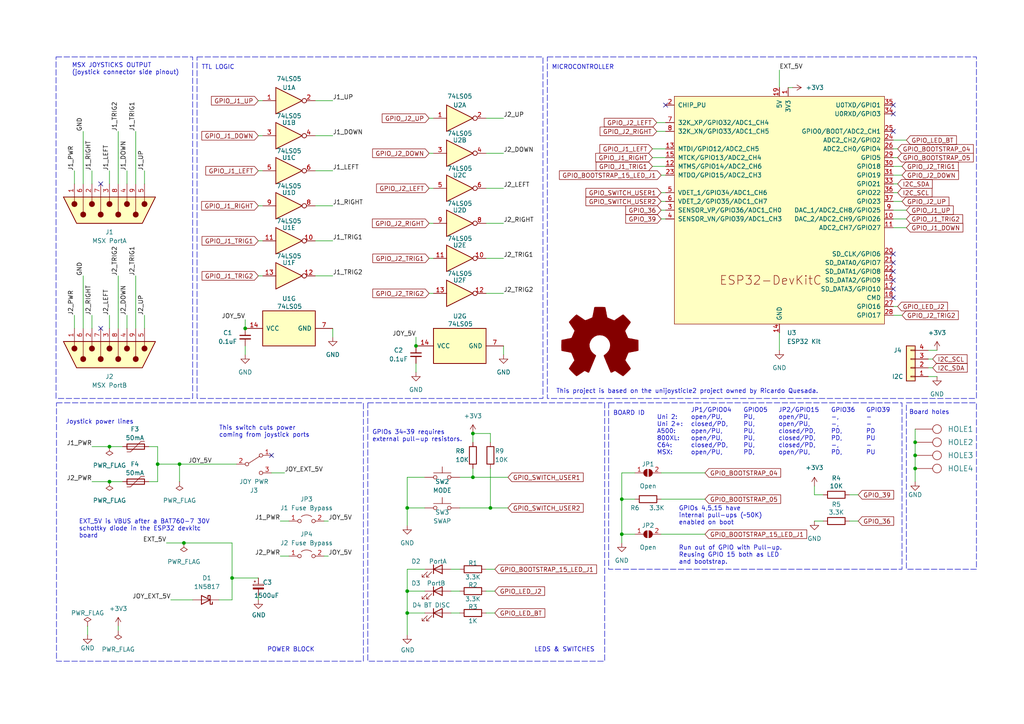
<source format=kicad_sch>
(kicad_sch (version 20230121) (generator eeschema)
  (paper "A4")
  (title_block (title "msx-joyblue: A Bluetooth controller adapter for MSX") (date "2024-01-06") (rev "v1") (company "Albert Herranz"))
  (lib_symbols
    (symbol "74xx:74LS05" (pin_names (offset 1.016))
      (property "Reference" "U" (at 0 1.27 0))
      (property "Value" "74LS05" (at 0 -1.27 0))
      (symbol "74LS05_1_0"
        (pin input line (at -7.62 0 0) (length 3.81) (name "~") (number "1"))
        (pin open_collector inverted (at 7.62 0 180) (length 3.81) (name "~") (number "2"))
      )
      (symbol "74LS05_2_0"
        (pin input line (at -7.62 0 0) (length 3.81) (name "~") (number "3"))
        (pin open_collector inverted (at 7.62 0 180) (length 3.81) (name "~") (number "4"))
      )
      (symbol "74LS05_3_0"
        (pin input line (at -7.62 0 0) (length 3.81) (name "~") (number "5"))
        (pin open_collector inverted (at 7.62 0 180) (length 3.81) (name "~") (number "6"))
      )
      (symbol "74LS05_4_0"
        (pin open_collector inverted (at 7.62 0 180) (length 3.81) (name "~") (number "8"))
        (pin input line (at -7.62 0 0) (length 3.81) (name "~") (number "9"))
      )
      (symbol "74LS05_5_0"
        (pin open_collector inverted (at 7.62 0 180) (length 3.81) (name "~") (number "10"))
        (pin input line (at -7.62 0 0) (length 3.81) (name "~") (number "11"))
      )
      (symbol "74LS05_6_0"
        (pin open_collector inverted (at 7.62 0 180) (length 3.81) (name "~") (number "12"))
        (pin input line (at -7.62 0 0) (length 3.81) (name "~") (number "13"))
      )
      (symbol "74LS05_7_0"
        (pin power_in line (at 0 12.7 270) (length 5.08) (name "VCC") (number "14"))
        (pin power_in line (at 0 -12.7 90) (length 5.08) (name "GND") (number "7"))
      )
    )
    (symbol "Connector:DE9_Plug" (pin_names (offset 1.016) hide)
      (property "Reference" "J" (at 0 13.97 0))
      (property "Value" "DE9_Plug" (at 0 -14.605 0))
      (symbol "DE9_Plug_1_1"
        (pin passive line (at -7.62 -10.16 0) (length 3.81) (name "1") (number "1"))
        (pin passive line (at -7.62 -5.08 0) (length 3.81) (name "2") (number "2"))
        (pin passive line (at -7.62 0 0) (length 3.81) (name "3") (number "3"))
        (pin passive line (at -7.62 5.08 0) (length 3.81) (name "4") (number "4"))
        (pin passive line (at -7.62 10.16 0) (length 3.81) (name "5") (number "5"))
        (pin passive line (at -7.62 -7.62 0) (length 3.81) (name "6") (number "6"))
        (pin passive line (at -7.62 -2.54 0) (length 3.81) (name "7") (number "7"))
        (pin passive line (at -7.62 2.54 0) (length 3.81) (name "8") (number "8"))
        (pin passive line (at -7.62 7.62 0) (length 3.81) (name "9") (number "9"))
      )
    )
    (symbol "Connector_Generic:Conn_01x04" (pin_names (offset 1.016) hide)
      (property "Reference" "J" (at 0 5.08 0))
      (property "Value" "Conn_01x04" (at 0 -7.62 0))
      (symbol "Conn_01x04_1_1"
        (pin passive line (at -5.08 2.54 0) (length 3.81) (name "Pin_1") (number "1"))
        (pin passive line (at -5.08 0 0) (length 3.81) (name "Pin_2") (number "2"))
        (pin passive line (at -5.08 -2.54 0) (length 3.81) (name "Pin_3") (number "3"))
        (pin passive line (at -5.08 -5.08 0) (length 3.81) (name "Pin_4") (number "4"))
      )
    )
    (symbol "Device:C_Polarized_Small" (pin_numbers hide) (pin_names (offset 0.254) hide)
      (property "Reference" "C" (at 0.254 1.778 0))
      (property "Value" "C_Polarized_Small" (at 0.254 -2.032 0))
      (symbol "C_Polarized_Small_1_1"
        (pin passive line (at 0 2.54 270) (length 1.8542) (name "~") (number "1"))
        (pin passive line (at 0 -2.54 90) (length 1.8542) (name "~") (number "2"))
      )
    )
    (symbol "Device:C_Small" (pin_numbers hide) (pin_names (offset 0.254) hide)
      (property "Reference" "C" (at 0.254 1.778 0))
      (property "Value" "C_Small" (at 0.254 -2.032 0))
      (symbol "C_Small_1_1"
        (pin passive line (at 0 2.54 270) (length 2.032) (name "~") (number "1"))
        (pin passive line (at 0 -2.54 90) (length 2.032) (name "~") (number "2"))
      )
    )
    (symbol "Device:LED" (pin_numbers hide) (pin_names (offset 1.016) hide)
      (property "Reference" "D" (at 0 2.54 0))
      (property "Value" "LED" (at 0 -2.54 0))
      (symbol "LED_1_1"
        (pin passive line (at -3.81 0 0) (length 2.54) (name "K") (number "1"))
        (pin passive line (at 3.81 0 180) (length 2.54) (name "A") (number "2"))
      )
    )
    (symbol "Device:Polyfuse" (pin_numbers hide) (pin_names (offset 0))
      (property "Reference" "F" (at -2.54 0 90))
      (property "Value" "Polyfuse" (at 2.54 0 90))
      (symbol "Polyfuse_1_1"
        (pin passive line (at 0 3.81 270) (length 1.27) (name "~") (number "1"))
        (pin passive line (at 0 -3.81 90) (length 1.27) (name "~") (number "2"))
      )
    )
    (symbol "Device:R" (pin_numbers hide) (pin_names (offset 0))
      (property "Reference" "R" (at 2.032 0 90))
      (property "Value" "R" (at 0 0 90))
      (symbol "R_1_1"
        (pin passive line (at 0 3.81 270) (length 1.27) (name "~") (number "1"))
        (pin passive line (at 0 -3.81 90) (length 1.27) (name "~") (number "2"))
      )
    )
    (symbol "Diode:1N5817" (pin_numbers hide) (pin_names (offset 1.016) hide)
      (property "Reference" "D" (at 0 2.54 0))
      (property "Value" "1N5817" (at 0 -2.54 0))
      (symbol "1N5817_1_1"
        (pin passive line (at -3.81 0 0) (length 2.54) (name "K") (number "1"))
        (pin passive line (at 3.81 0 180) (length 2.54) (name "A") (number "2"))
      )
    )
    (symbol "Espressif:ESP32-DevKitC" (pin_names (offset 1.016))
      (property "Reference" "U" (at -30.48 38.1 0))
      (property "Value" "ESP32-DevKitC" (at -30.48 35.56 0))
      (symbol "ESP32-DevKitC_0_0"
        (text "ESP32-DevKitC" (at -2.54 -20.32 0) (effects (font (size 2.54 2.54))))
        (pin power_in line (at 0 -35.56 90) (length 2.54) (name "GND") (number "14"))
        (pin power_in line (at 0 35.56 270) (length 2.54) (name "5V") (number "19"))
      )
      (symbol "ESP32-DevKitC_1_1"
        (pin power_in line (at 2.54 35.56 270) (length 2.54) (name "3V3") (number "1"))
        (pin bidirectional line (at 33.02 -2.54 180) (length 2.54) (name "DAC_2/ADC2_CH9/GPIO26") (number "10"))
        (pin bidirectional line (at 33.02 -5.08 180) (length 2.54) (name "ADC2_CH7/GPIO27") (number "11"))
        (pin bidirectional line (at -33.02 12.7 0) (length 2.54) (name "MTMS/GPIO14/ADC2_CH6") (number "12"))
        (pin bidirectional line (at -33.02 17.78 0) (length 2.54) (name "MTDI/GPIO12/ADC2_CH5") (number "13"))
        (pin bidirectional line (at -33.02 15.24 0) (length 2.54) (name "MTCK/GPIO13/ADC2_CH4") (number "15"))
        (pin bidirectional line (at 33.02 -20.32 180) (length 2.54) (name "SD_DATA2/GPIO9") (number "16"))
        (pin bidirectional line (at 33.02 -22.86 180) (length 2.54) (name "SD_DATA3/GPIO10") (number "17"))
        (pin bidirectional line (at 33.02 -25.4 180) (length 2.54) (name "CMD") (number "18"))
        (pin input line (at -33.02 30.48 0) (length 2.54) (name "CHIP_PU") (number "2"))
        (pin bidirectional line (at 33.02 -12.7 180) (length 2.54) (name "SD_CLK/GPIO6") (number "20"))
        (pin bidirectional line (at 33.02 -15.24 180) (length 2.54) (name "SD_DATA0/GPIO7") (number "21"))
        (pin bidirectional line (at 33.02 -17.78 180) (length 2.54) (name "SD_DATA1/GPIO8") (number "22"))
        (pin bidirectional line (at -33.02 10.16 0) (length 2.54) (name "MTDO/GPIO15/ADC2_CH3") (number "23"))
        (pin bidirectional line (at 33.02 20.32 180) (length 2.54) (name "ADC2_CH2/GPIO2") (number "24"))
        (pin bidirectional line (at 33.02 22.86 180) (length 2.54) (name "GPIO0/BOOT/ADC2_CH1") (number "25"))
        (pin bidirectional line (at 33.02 17.78 180) (length 2.54) (name "ADC2_CH0/GPIO4") (number "26"))
        (pin bidirectional line (at 33.02 -27.94 180) (length 2.54) (name "GPIO16") (number "27"))
        (pin bidirectional line (at 33.02 -30.48 180) (length 2.54) (name "GPIO17") (number "28"))
        (pin bidirectional line (at 33.02 15.24 180) (length 2.54) (name "GPIO5") (number "29"))
        (pin input line (at -33.02 0 0) (length 2.54) (name "SENSOR_VP/GPIO36/ADC1_CH0") (number "3"))
        (pin bidirectional line (at 33.02 12.7 180) (length 2.54) (name "GPIO18") (number "30"))
        (pin bidirectional line (at 33.02 10.16 180) (length 2.54) (name "GPIO19") (number "31"))
        (pin passive line (at 0 -35.56 90) (length 2.54) hide (name "GND") (number "32"))
        (pin bidirectional line (at 33.02 7.62 180) (length 2.54) (name "GPIO21") (number "33"))
        (pin bidirectional line (at 33.02 27.94 180) (length 2.54) (name "U0RXD/GPIO3") (number "34"))
        (pin bidirectional line (at 33.02 30.48 180) (length 2.54) (name "U0TXD/GPIO1") (number "35"))
        (pin bidirectional line (at 33.02 5.08 180) (length 2.54) (name "GPIO22") (number "36"))
        (pin bidirectional line (at 33.02 2.54 180) (length 2.54) (name "GPIO23") (number "37"))
        (pin passive line (at 0 -35.56 90) (length 2.54) hide (name "GND") (number "38"))
        (pin input line (at -33.02 -2.54 0) (length 2.54) (name "SENSOR_VN/GPIO39/ADC1_CH3") (number "4"))
        (pin input line (at -33.02 5.08 0) (length 2.54) (name "VDET_1/GPIO34/ADC1_CH6") (number "5"))
        (pin input line (at -33.02 2.54 0) (length 2.54) (name "VDET_2/GPIO35/ADC1_CH7") (number "6"))
        (pin bidirectional line (at -33.02 25.4 0) (length 2.54) (name "32K_XP/GPIO32/ADC1_CH4") (number "7"))
        (pin bidirectional line (at -33.02 22.86 0) (length 2.54) (name "32K_XN/GPIO33/ADC1_CH5") (number "8"))
        (pin bidirectional line (at 33.02 0 180) (length 2.54) (name "DAC_1/ADC2_CH8/GPIO25") (number "9"))
      )
    )
    (symbol "Graphic:Logo_Open_Hardware_Large" (in_bom no) (on_board no))
    (symbol "Jumper:Jumper_2_Open" (pin_names (offset 0) hide)
      (property "Reference" "JP" (at 0 2.794 0))
      (property "Value" "Jumper_2_Open" (at 0 -2.286 0))
      (symbol "Jumper_2_Open_1_1"
        (pin passive line (at -5.08 0 0) (length 2.54) (name "A") (number "1"))
        (pin passive line (at 5.08 0 180) (length 2.54) (name "B") (number "2"))
      )
    )
    (symbol "Jumper:SolderJumper_2_Open" (pin_names (offset 0) hide)
      (property "Reference" "JP" (at 0 2.032 0))
      (property "Value" "SolderJumper_2_Open" (at 0 -2.54 0))
      (symbol "SolderJumper_2_Open_1_1"
        (pin passive line (at -3.81 0 0) (length 2.54) (name "A") (number "1"))
        (pin passive line (at 3.81 0 180) (length 2.54) (name "B") (number "2"))
      )
    )
    (symbol "Switch:SW_Push" (pin_numbers hide) (pin_names (offset 1.016) hide)
      (property "Reference" "SW" (at 1.27 2.54 0))
      (property "Value" "SW_Push" (at 0 -1.524 0))
      (symbol "SW_Push_0_1"
        (pin passive line (at -5.08 0 0) (length 2.54) (name "1") (number "1"))
        (pin passive line (at 5.08 0 180) (length 2.54) (name "2") (number "2"))
      )
    )
    (symbol "Switch:SW_SPDT" (pin_names (offset 0) hide)
      (property "Reference" "SW" (at 0 4.318 0))
      (property "Value" "SW_SPDT" (at 0 -5.08 0))
      (symbol "SW_SPDT_1_1"
        (pin passive line (at 5.08 2.54 180) (length 2.54) (name "A") (number "1"))
        (pin passive line (at -5.08 0 0) (length 2.54) (name "B") (number "2"))
        (pin passive line (at 5.08 -2.54 180) (length 2.54) (name "C") (number "3"))
      )
    )
    (symbol "my_components:HOLE" (pin_numbers hide) (pin_names (offset 1.016) hide)
      (property "Reference" "HOLE" (at 2.54 0 0))
      (symbol "HOLE_1_1"
        (pin input line (at -6.35 0 0) (length 5.08) (name "~") (number "1"))
      )
    )
    (symbol "power:+3V3" (power) (pin_names (offset 0))
      (property "Value" "+3V3" (at 0 3.556 0))
      (symbol "+3V3_1_1"
        (pin power_in line (at 0 0 90) (length 0) hide (name "+3V3") (number "1"))
      )
    )
    (symbol "power:GND" (power) (pin_names (offset 0))
      (property "Value" "GND" (at 0 -3.81 0))
      (symbol "GND_1_1"
        (pin power_in line (at 0 0 270) (length 0) hide (name "GND") (number "1"))
      )
    )
    (symbol "power:PWR_FLAG" (power) (pin_numbers hide) (pin_names (offset 0) hide)
      (property "Value" "PWR_FLAG" (at 0 3.81 0))
      (symbol "PWR_FLAG_0_0"
        (pin power_out line (at 0 0 90) (length 0) (name "pwr") (number "1"))
      )
    )
  )
  (junction (at 31.75 139.7))
  (junction (at 180.34 154.94))
  (junction (at 137.16 138.43))
  (junction (at 53.34 157.48))
  (junction (at 137.16 125.73))
  (junction (at 52.07 134.62))
  (junction (at 265.43 128.27))
  (junction (at 180.34 144.78))
  (junction (at 31.75 129.54))
  (junction (at 118.11 171.45))
  (junction (at 265.43 132.08))
  (junction (at 45.72 134.62))
  (junction (at 71.12 95.25))
  (junction (at 142.24 147.32))
  (junction (at 265.43 135.89))
  (junction (at 67.31 167.64))
  (junction (at 118.11 147.32))
  (junction (at 120.65 100.33))
  (junction (at 118.11 177.8))
  (no_connect (at 259.08 73.66))
  (no_connect (at 78.74 132.08))
  (no_connect (at 259.08 38.1))
  (no_connect (at 259.08 81.28))
  (no_connect (at 259.08 86.36))
  (no_connect (at 259.08 30.48))
  (no_connect (at 29.21 95.25))
  (no_connect (at 259.08 78.74))
  (no_connect (at 193.04 30.48))
  (no_connect (at 29.21 53.34))
  (no_connect (at 259.08 33.02))
  (no_connect (at 259.08 76.2))
  (no_connect (at 259.08 83.82))
  (wire (pts (xy 191.77 55.88) (xy 193.04 55.88)))
  (wire (pts (xy 130.81 165.1) (xy 133.35 165.1)))
  (wire (pts (xy 140.97 64.77) (xy 146.05 64.77)))
  (wire (pts (xy 140.97 54.61) (xy 146.05 54.61)))
  (wire (pts (xy 31.75 129.54) (xy 35.56 129.54)))
  (wire (pts (xy 43.18 139.7) (xy 45.72 139.7)))
  (wire (pts (xy 36.83 91.44) (xy 36.83 95.25)))
  (wire (pts (xy 261.62 48.26) (xy 259.08 48.26)))
  (wire (pts (xy 262.89 40.64) (xy 259.08 40.64)))
  (wire (pts (xy 24.13 38.1) (xy 24.13 53.34)))
  (wire (pts (xy 260.35 55.88) (xy 259.08 55.88)))
  (wire (pts (xy 140.97 74.93) (xy 146.05 74.93)))
  (wire (pts (xy 125.73 64.77) (xy 124.46 64.77)))
  (wire (pts (xy 261.62 58.42) (xy 259.08 58.42)))
  (wire (pts (xy 262.89 60.96) (xy 259.08 60.96)))
  (wire (pts (xy 45.72 134.62) (xy 45.72 139.7)))
  (wire (pts (xy 137.16 125.73) (xy 142.24 125.73)))
  (wire (pts (xy 137.16 128.27) (xy 137.16 125.73)))
  (wire (pts (xy 236.22 140.97) (xy 236.22 143.51)))
  (wire (pts (xy 190.5 38.1) (xy 193.04 38.1)))
  (wire (pts (xy 262.89 63.5) (xy 259.08 63.5)))
  (wire (pts (xy 246.38 143.51) (xy 248.92 143.51)))
  (wire (pts (xy 265.43 124.46) (xy 265.43 128.27)))
  (wire (pts (xy 118.11 165.1) (xy 118.11 171.45)))
  (wire (pts (xy 261.62 50.8) (xy 259.08 50.8)))
  (wire (pts (xy 74.93 80.01) (xy 76.2 80.01)))
  (wire (pts (xy 125.73 74.93) (xy 124.46 74.93)))
  (wire (pts (xy 190.5 35.56) (xy 193.04 35.56)))
  (wire (pts (xy 26.67 129.54) (xy 31.75 129.54)))
  (wire (pts (xy 133.35 138.43) (xy 137.16 138.43)))
  (wire (pts (xy 146.05 100.33) (xy 146.05 102.87)))
  (wire (pts (xy 31.75 91.44) (xy 31.75 95.25)))
  (wire (pts (xy 191.77 50.8) (xy 193.04 50.8)))
  (wire (pts (xy 67.31 157.48) (xy 53.34 157.48)))
  (wire (pts (xy 146.05 85.09) (xy 140.97 85.09)))
  (wire (pts (xy 260.35 45.72) (xy 259.08 45.72)))
  (wire (pts (xy 180.34 154.94) (xy 180.34 157.48)))
  (wire (pts (xy 125.73 34.29) (xy 124.46 34.29)))
  (wire (pts (xy 229.87 25.4) (xy 228.6 25.4)))
  (wire (pts (xy 142.24 147.32) (xy 147.32 147.32)))
  (wire (pts (xy 260.35 43.18) (xy 259.08 43.18)))
  (wire (pts (xy 140.97 34.29) (xy 146.05 34.29)))
  (wire (pts (xy 142.24 135.89) (xy 142.24 147.32)))
  (wire (pts (xy 21.59 49.53) (xy 21.59 53.34)))
  (wire (pts (xy 191.77 154.94) (xy 204.47 154.94)))
  (wire (pts (xy 71.12 95.25) (xy 71.12 92.71)))
  (wire (pts (xy 96.52 80.01) (xy 91.44 80.01)))
  (wire (pts (xy 271.78 101.6) (xy 269.24 101.6)))
  (wire (pts (xy 270.51 106.68) (xy 269.24 106.68)))
  (wire (pts (xy 55.88 173.99) (xy 49.53 173.99)))
  (wire (pts (xy 34.29 38.1) (xy 34.29 53.34)))
  (wire (pts (xy 31.75 139.7) (xy 35.56 139.7)))
  (wire (pts (xy 26.67 139.7) (xy 31.75 139.7)))
  (wire (pts (xy 140.97 165.1) (xy 143.51 165.1)))
  (wire (pts (xy 226.06 96.52) (xy 226.06 101.6)))
  (wire (pts (xy 270.51 104.14) (xy 269.24 104.14)))
  (wire (pts (xy 52.07 139.7) (xy 52.07 134.62)))
  (wire (pts (xy 118.11 147.32) (xy 118.11 152.4)))
  (wire (pts (xy 125.73 44.45) (xy 124.46 44.45)))
  (wire (pts (xy 76.2 29.21) (xy 74.93 29.21)))
  (wire (pts (xy 76.2 49.53) (xy 74.93 49.53)))
  (wire (pts (xy 118.11 177.8) (xy 118.11 184.15)))
  (wire (pts (xy 189.23 45.72) (xy 193.04 45.72)))
  (wire (pts (xy 184.15 137.16) (xy 180.34 137.16)))
  (wire (pts (xy 191.77 58.42) (xy 193.04 58.42)))
  (wire (pts (xy 140.97 44.45) (xy 146.05 44.45)))
  (wire (pts (xy 76.2 59.69) (xy 74.93 59.69)))
  (wire (pts (xy 45.72 129.54) (xy 45.72 134.62)))
  (wire (pts (xy 25.4 181.61) (xy 25.4 184.15)))
  (wire (pts (xy 246.38 151.13) (xy 248.92 151.13)))
  (wire (pts (xy 81.28 151.13) (xy 83.82 151.13)))
  (wire (pts (xy 118.11 147.32) (xy 123.19 147.32)))
  (wire (pts (xy 204.47 144.78) (xy 191.77 144.78)))
  (wire (pts (xy 120.65 100.33) (xy 120.65 97.79)))
  (wire (pts (xy 130.81 171.45) (xy 133.35 171.45)))
  (wire (pts (xy 39.37 80.01) (xy 39.37 95.25)))
  (wire (pts (xy 261.62 91.44) (xy 259.08 91.44)))
  (wire (pts (xy 191.77 60.96) (xy 193.04 60.96)))
  (wire (pts (xy 140.97 177.8) (xy 143.51 177.8)))
  (wire (pts (xy 118.11 177.8) (xy 123.19 177.8)))
  (wire (pts (xy 82.55 137.16) (xy 78.74 137.16)))
  (wire (pts (xy 118.11 171.45) (xy 118.11 177.8)))
  (wire (pts (xy 189.23 48.26) (xy 193.04 48.26)))
  (wire (pts (xy 142.24 125.73) (xy 142.24 128.27)))
  (wire (pts (xy 260.35 53.34) (xy 259.08 53.34)))
  (wire (pts (xy 133.35 147.32) (xy 142.24 147.32)))
  (wire (pts (xy 76.2 39.37) (xy 74.93 39.37)))
  (wire (pts (xy 125.73 54.61) (xy 124.46 54.61)))
  (wire (pts (xy 184.15 154.94) (xy 180.34 154.94)))
  (wire (pts (xy 265.43 135.89) (xy 265.43 139.7)))
  (wire (pts (xy 130.81 177.8) (xy 133.35 177.8)))
  (wire (pts (xy 71.12 100.33) (xy 71.12 102.87)))
  (wire (pts (xy 67.31 167.64) (xy 74.93 167.64)))
  (wire (pts (xy 81.28 161.29) (xy 83.82 161.29)))
  (wire (pts (xy 120.65 105.41) (xy 120.65 107.95)))
  (wire (pts (xy 34.29 181.61) (xy 34.29 182.88)))
  (wire (pts (xy 262.89 66.04) (xy 259.08 66.04)))
  (wire (pts (xy 91.44 49.53) (xy 96.52 49.53)))
  (wire (pts (xy 123.19 165.1) (xy 118.11 165.1)))
  (wire (pts (xy 140.97 171.45) (xy 143.51 171.45)))
  (wire (pts (xy 45.72 134.62) (xy 52.07 134.62)))
  (wire (pts (xy 26.67 49.53) (xy 26.67 53.34)))
  (wire (pts (xy 137.16 138.43) (xy 147.32 138.43)))
  (wire (pts (xy 91.44 59.69) (xy 96.52 59.69)))
  (wire (pts (xy 41.91 49.53) (xy 41.91 53.34)))
  (wire (pts (xy 260.35 88.9) (xy 259.08 88.9)))
  (wire (pts (xy 93.98 151.13) (xy 95.25 151.13)))
  (wire (pts (xy 31.75 49.53) (xy 31.75 53.34)))
  (wire (pts (xy 76.2 69.85) (xy 74.93 69.85)))
  (wire (pts (xy 123.19 171.45) (xy 118.11 171.45)))
  (wire (pts (xy 191.77 137.16) (xy 204.47 137.16)))
  (wire (pts (xy 67.31 167.64) (xy 67.31 173.99)))
  (wire (pts (xy 180.34 144.78) (xy 184.15 144.78)))
  (wire (pts (xy 226.06 20.32) (xy 226.06 25.4)))
  (wire (pts (xy 91.44 39.37) (xy 96.52 39.37)))
  (wire (pts (xy 67.31 173.99) (xy 63.5 173.99)))
  (wire (pts (xy 45.72 129.54) (xy 43.18 129.54)))
  (wire (pts (xy 26.67 91.44) (xy 26.67 95.25)))
  (wire (pts (xy 96.52 95.25) (xy 96.52 97.79)))
  (wire (pts (xy 74.93 172.72) (xy 74.93 173.99)))
  (wire (pts (xy 39.37 38.1) (xy 39.37 53.34)))
  (wire (pts (xy 91.44 29.21) (xy 96.52 29.21)))
  (wire (pts (xy 36.83 49.53) (xy 36.83 53.34)))
  (wire (pts (xy 180.34 144.78) (xy 180.34 154.94)))
  (wire (pts (xy 21.59 91.44) (xy 21.59 95.25)))
  (wire (pts (xy 189.23 43.18) (xy 193.04 43.18)))
  (wire (pts (xy 118.11 138.43) (xy 118.11 147.32)))
  (wire (pts (xy 236.22 151.13) (xy 238.76 151.13)))
  (wire (pts (xy 265.43 128.27) (xy 265.43 132.08)))
  (wire (pts (xy 265.43 132.08) (xy 265.43 135.89)))
  (wire (pts (xy 24.13 80.01) (xy 24.13 95.25)))
  (wire (pts (xy 118.11 138.43) (xy 123.19 138.43)))
  (wire (pts (xy 91.44 69.85) (xy 96.52 69.85)))
  (wire (pts (xy 236.22 143.51) (xy 238.76 143.51)))
  (wire (pts (xy 34.29 80.01) (xy 34.29 95.25)))
  (wire (pts (xy 124.46 85.09) (xy 125.73 85.09)))
  (wire (pts (xy 52.07 134.62) (xy 68.58 134.62)))
  (wire (pts (xy 53.34 157.48) (xy 48.26 157.48)))
  (wire (pts (xy 41.91 91.44) (xy 41.91 95.25)))
  (wire (pts (xy 137.16 135.89) (xy 137.16 138.43)))
  (wire (pts (xy 67.31 157.48) (xy 67.31 167.64)))
  (wire (pts (xy 269.24 109.22) (xy 271.78 109.22)))
  (wire (pts (xy 191.77 63.5) (xy 193.04 63.5)))
  (wire (pts (xy 180.34 137.16) (xy 180.34 144.78)))
  (wire (pts (xy 93.98 161.29) (xy 95.25 161.29)))
  (rectangle (start 106.68 116.84) (end 175.387 191.77) (stroke (width 0) (type dash)))
  (rectangle (start 158.75 16.51) (end 283.21 115.57) (stroke (width 0) (type dash)))
  (rectangle (start 57.15 16.51) (end 157.48 115.57) (stroke (width 0) (type dash)))
  (rectangle (start 262.89 116.84) (end 283.21 165.1) (stroke (width 0) (type dash)))
  (rectangle (start 16.256 16.51) (end 55.88 115.57) (stroke (width 0) (type dash)))
  (rectangle (start 176.53 116.84) (end 261.62 165.1) (stroke (width 0) (type dash)))
  (rectangle (start 16.383 116.84) (end 105.41 191.77) (stroke (width 0) (type dash)))
  (text "LEDS & SWITCHES" (at 154.94 189.23 0) (effects (font (size 1.27 1.27)) (justify left bottom)))
  (text "		JP1/GPIO04	GPIO05	JP2/GPIO15	GPIO36	GPIO39\nUni 2:	open/PU,	PU,		open/PU,	-,		-\nUni 2+:	closed/PD,	PU,		open/PU,	-,		-\nA500:	open/PU,	PU,		closed/PD,	PD,		PD\n800XL:	open/PU,	PU,		closed/PD,	PD,		PU\nC64:	closed/PD,	PU,		closed/PD,	-,		-\nMSX:	open/PU,	PD,		open/PU,	PD,		PU" (at 190.5 132.08 0) (effects (font (size 1.27 1.27)) (justify left bottom)))
  (text "MSX JOYSTICKS OUTPUT\n(joystick connector side pinout)" (at 20.828 21.844 0) (effects (font (size 1.27 1.27)) (justify left bottom)))
  (text "POWER BLOCK" (at 77.47 189.23 0) (effects (font (size 1.27 1.27)) (justify left bottom)))
  (text "Joystick power lines" (at 19.05 123.19 0) (effects (font (size 1.27 1.27)) (justify left bottom)))
  (text "This switch cuts power\ncoming from joystick ports" (at 63.5 127 0) (effects (font (size 1.27 1.27)) (justify left bottom)))
  (text "GPIOs 34~39 requires\nexternal pull-up resistors." (at 107.95 128.27 0) (effects (font (size 1.27 1.27)) (justify left bottom)))
  (text "Run out of GPIO with Pull-up.\nReusing GPIO 15 both as LED\nand bootstrap." (at 196.85 163.83 0) (effects (font (size 1.27 1.27)) (justify left bottom)))
  (text "TTL LOGIC\n" (at 58.42 20.32 0) (effects (font (size 1.27 1.27)) (justify left bottom)))
  (text "GPIOs 4,5,15 have\ninternal pull-ups (~50K)\nenabled on boot" (at 196.85 152.4 0) (effects (font (size 1.27 1.27)) (justify left bottom)))
  (text "Board holes" (at 263.652 120.396 0) (effects (font (size 1.27 1.27)) (justify left bottom)))
  (text "MICROCONTROLLER" (at 160.02 20.32 0) (effects (font (size 1.27 1.27)) (justify left bottom)))
  (text "EXT_5V is VBUS after a BAT760-7 30V\nschottky diode in the ESP32 devkitc\nboard" (at 22.86 156.21 0) (effects (font (size 1.27 1.27)) (justify left bottom)))
  (text "This project is based on the unijoysticle2 project owned by Ricardo Quesada." (at 161.29 114.3 0) (effects (font (size 1.27 1.27)) (justify left bottom)))
  (text "BOARD ID" (at 177.8 120.65 0) (effects (font (size 1.27 1.27)) (justify left bottom)))
  (label "J2_LEFT" (at 146.05 54.61 0))
  (label "EXT_5V" (at 226.06 20.32 0))
  (label "J2_TRIG1" (at 39.37 80.01 90))
  (label "EXT_5V" (at 48.26 157.48 180))
  (label "J2_RIGHT" (at 26.67 91.44 90))
  (label "JOY_5V" (at 120.65 97.79 180))
  (label "J1_DOWN" (at 36.83 49.53 90))
  (label "J2_TRIG2" (at 34.29 80.01 90))
  (label "J1_UP" (at 96.52 29.21 0))
  (label "J2_UP" (at 146.05 34.29 0))
  (label "J2_TRIG2" (at 146.05 85.09 0))
  (label "J1_DOWN" (at 96.52 39.37 0))
  (label "J2_DOWN" (at 146.05 44.45 0))
  (label "J2_DOWN" (at 36.83 91.44 90))
  (label "J1_LEFT" (at 96.52 49.53 0))
  (label "JOY_5V" (at 95.25 151.13 0))
  (label "J2_TRIG1" (at 146.05 74.93 0))
  (label "J2_RIGHT" (at 146.05 64.77 0))
  (label "J1_PWR" (at 81.28 151.13 180))
  (label "JOY_5V" (at 95.25 161.29 0))
  (label "J1_UP" (at 41.91 49.53 90))
  (label "J1_PWR" (at 21.59 49.53 90))
  (label "J2_PWR" (at 26.67 139.7 180))
  (label "J2_PWR" (at 21.59 91.44 90))
  (label "J2_UP" (at 41.91 91.44 90))
  (label "J2_PWR" (at 81.28 161.29 180))
  (label "J1_LEFT" (at 31.75 49.53 90))
  (label "J2_LEFT" (at 31.75 91.44 90))
  (label "JOY_EXT_5V" (at 49.53 173.99 180))
  (label "J1_RIGHT" (at 96.52 59.69 0))
  (label "JOY_5V" (at 54.61 134.62 0))
  (label "JOY_5V" (at 71.12 92.71 180))
  (label "JOY_EXT_5V" (at 82.55 137.16 0))
  (label "J1_TRIG1" (at 39.37 38.1 90))
  (label "GND" (at 24.13 38.1 90))
  (label "GND" (at 24.13 80.01 90))
  (label "J1_RIGHT" (at 26.67 49.53 90))
  (label "J1_TRIG2" (at 96.52 80.01 0))
  (label "J1_TRIG2" (at 34.29 38.1 90))
  (label "J1_PWR" (at 26.67 129.54 180))
  (label "J1_TRIG1" (at 96.52 69.85 0))
  (global_label "GPIO_BOOTSTRAP_15_LED_J1" (shape input) (at 143.51 165.1 0) (property "Intersheetrefs" "${INTERSHEET_REFS}" (effects hide)))
  (global_label "GPIO_J2_UP" (shape input) (at 124.46 34.29 180) (property "Intersheetrefs" "${INTERSHEET_REFS}" (effects hide)))
  (global_label "GPIO_J1_UP" (shape input) (at 262.89 60.96 0) (property "Intersheetrefs" "${INTERSHEET_REFS}" (effects hide)))
  (global_label "GPIO_J2_LEFT" (shape input) (at 190.5 35.56 180) (property "Intersheetrefs" "${INTERSHEET_REFS}" (effects hide)))
  (global_label "GPIO_J1_DOWN" (shape input) (at 262.89 66.04 0) (property "Intersheetrefs" "${INTERSHEET_REFS}" (effects hide)))
  (global_label "GPIO_J1_UP" (shape input) (at 74.93 29.21 180) (property "Intersheetrefs" "${INTERSHEET_REFS}" (effects hide)))
  (global_label "I2C_SCL" (shape input) (at 270.51 104.14 0) (property "Intersheetrefs" "${INTERSHEET_REFS}" (effects hide)))
  (global_label "GPIO_LED_J2" (shape input) (at 260.35 88.9 0) (property "Intersheetrefs" "${INTERSHEET_REFS}" (effects hide)))
  (global_label "GPIO_J1_TRIG2" (shape input) (at 262.89 63.5 0) (property "Intersheetrefs" "${INTERSHEET_REFS}" (effects hide)))
  (global_label "I2C_SCL" (shape input) (at 260.35 55.88 0) (property "Intersheetrefs" "${INTERSHEET_REFS}" (effects hide)))
  (global_label "I2C_SDA" (shape input) (at 260.35 53.34 0) (property "Intersheetrefs" "${INTERSHEET_REFS}" (effects hide)))
  (global_label "GPIO_BOOTSTRAP_05" (shape input) (at 204.47 144.78 0) (property "Intersheetrefs" "${INTERSHEET_REFS}" (effects hide)))
  (global_label "GPIO_J2_UP" (shape input) (at 261.62 58.42 0) (property "Intersheetrefs" "${INTERSHEET_REFS}" (effects hide)))
  (global_label "GPIO_J1_RIGHT" (shape input) (at 74.93 59.69 180) (property "Intersheetrefs" "${INTERSHEET_REFS}" (effects hide)))
  (global_label "GPIO_SWITCH_USER1" (shape input) (at 191.77 55.88 180) (property "Intersheetrefs" "${INTERSHEET_REFS}" (effects hide)))
  (global_label "GPIO_J2_RIGHT" (shape input) (at 124.46 64.77 180) (property "Intersheetrefs" "${INTERSHEET_REFS}" (effects hide)))
  (global_label "GPIO_SWITCH_USER2" (shape input) (at 147.32 147.32 0) (property "Intersheetrefs" "${INTERSHEET_REFS}" (effects hide)))
  (global_label "GPIO_J2_TRIG1" (shape input) (at 124.46 74.93 180) (property "Intersheetrefs" "${INTERSHEET_REFS}" (effects hide)))
  (global_label "GPIO_36" (shape input) (at 248.92 151.13 0) (property "Intersheetrefs" "${INTERSHEET_REFS}" (effects hide)))
  (global_label "GPIO_39" (shape input) (at 191.77 63.5 180) (property "Intersheetrefs" "${INTERSHEET_REFS}" (effects hide)))
  (global_label "GPIO_36" (shape input) (at 191.77 60.96 180) (property "Intersheetrefs" "${INTERSHEET_REFS}" (effects hide)))
  (global_label "GPIO_J1_RIGHT" (shape input) (at 189.23 45.72 180) (property "Intersheetrefs" "${INTERSHEET_REFS}" (effects hide)))
  (global_label "GPIO_BOOTSTRAP_05" (shape input) (at 260.35 45.72 0) (property "Intersheetrefs" "${INTERSHEET_REFS}" (effects hide)))
  (global_label "GPIO_LED_BT" (shape input) (at 143.51 177.8 0) (property "Intersheetrefs" "${INTERSHEET_REFS}" (effects hide)))
  (global_label "GPIO_J2_TRIG1" (shape input) (at 261.62 48.26 0) (property "Intersheetrefs" "${INTERSHEET_REFS}" (effects hide)))
  (global_label "GPIO_J1_TRIG1" (shape input) (at 189.23 48.26 180) (property "Intersheetrefs" "${INTERSHEET_REFS}" (effects hide)))
  (global_label "GPIO_LED_BT" (shape input) (at 262.89 40.64 0) (property "Intersheetrefs" "${INTERSHEET_REFS}" (effects hide)))
  (global_label "GPIO_BOOTSTRAP_15_LED_J1" (shape input) (at 191.77 50.8 180) (property "Intersheetrefs" "${INTERSHEET_REFS}" (effects hide)))
  (global_label "GPIO_J1_LEFT" (shape input) (at 74.93 49.53 180) (property "Intersheetrefs" "${INTERSHEET_REFS}" (effects hide)))
  (global_label "GPIO_J2_DOWN" (shape input) (at 124.46 44.45 180) (property "Intersheetrefs" "${INTERSHEET_REFS}" (effects hide)))
  (global_label "GPIO_39" (shape input) (at 248.92 143.51 0) (property "Intersheetrefs" "${INTERSHEET_REFS}" (effects hide)))
  (global_label "GPIO_J1_TRIG2" (shape input) (at 74.93 80.01 180) (property "Intersheetrefs" "${INTERSHEET_REFS}" (effects hide)))
  (global_label "GPIO_BOOTSTRAP_04" (shape input) (at 260.35 43.18 0) (property "Intersheetrefs" "${INTERSHEET_REFS}" (effects hide)))
  (global_label "GPIO_LED_J2" (shape input) (at 143.51 171.45 0) (property "Intersheetrefs" "${INTERSHEET_REFS}" (effects hide)))
  (global_label "I2C_SDA" (shape input) (at 270.51 106.68 0) (property "Intersheetrefs" "${INTERSHEET_REFS}" (effects hide)))
  (global_label "GPIO_J1_DOWN" (shape input) (at 74.93 39.37 180) (property "Intersheetrefs" "${INTERSHEET_REFS}" (effects hide)))
  (global_label "GPIO_J2_LEFT" (shape input) (at 124.46 54.61 180) (property "Intersheetrefs" "${INTERSHEET_REFS}" (effects hide)))
  (global_label "GPIO_BOOTSTRAP_04" (shape input) (at 204.47 137.16 0) (property "Intersheetrefs" "${INTERSHEET_REFS}" (effects hide)))
  (global_label "GPIO_BOOTSTRAP_15_LED_J1" (shape input) (at 204.47 154.94 0) (property "Intersheetrefs" "${INTERSHEET_REFS}" (effects hide)))
  (global_label "GPIO_SWITCH_USER1" (shape input) (at 147.32 138.43 0) (property "Intersheetrefs" "${INTERSHEET_REFS}" (effects hide)))
  (global_label "GPIO_SWITCH_USER2" (shape input) (at 191.77 58.42 180) (property "Intersheetrefs" "${INTERSHEET_REFS}" (effects hide)))
  (global_label "GPIO_J2_TRIG2" (shape input) (at 261.62 91.44 0) (property "Intersheetrefs" "${INTERSHEET_REFS}" (effects hide)))
  (global_label "GPIO_J2_TRIG2" (shape input) (at 124.46 85.09 180) (property "Intersheetrefs" "${INTERSHEET_REFS}" (effects hide)))
  (global_label "GPIO_J2_DOWN" (shape input) (at 261.62 50.8 0) (property "Intersheetrefs" "${INTERSHEET_REFS}" (effects hide)))
  (global_label "GPIO_J1_TRIG1" (shape input) (at 74.93 69.85 180) (property "Intersheetrefs" "${INTERSHEET_REFS}" (effects hide)))
  (global_label "GPIO_J2_RIGHT" (shape input) (at 190.5 38.1 180) (property "Intersheetrefs" "${INTERSHEET_REFS}" (effects hide)))
  (global_label "GPIO_J1_LEFT" (shape input) (at 189.23 43.18 180) (property "Intersheetrefs" "${INTERSHEET_REFS}" (effects hide)))
  (symbol (lib_id "my_components:HOLE") (at 271.78 132.08 0) (unit 1)
    (property "Reference" "HOLE3" (at 274.828 132.08 0) (effects (font (size 1.524 1.524)) (justify left)))
    (property "Value" "HOLE" (effects hide))
    (property "Footprint" "My_Components:Hole_3mm" (effects hide))
  )
  (symbol (lib_id "power:GND") (at 146.05 102.87 0) (unit 1)
    (property "Reference" "#PWR06" (effects hide))
    (property "Value" "GND" (at 146.05 107.95 0))
  )
  (symbol (lib_id "74xx:74LS05") (at 133.35 85.09 0) (unit 6)
    (property "Reference" "U2" (at 133.35 81.28 0))
    (property "Value" "74LS05" (at 133.35 79.3496 0))
    (property "Footprint" "Package_DIP:DIP-14_W7.62mm_Socket_LongPads" (effects hide))
    (property "Datasheet" "http://www.ti.com/lit/gpn/sn74LS05" (effects hide))
  )
  (symbol (lib_id "74xx:74LS05") (at 133.35 44.45 0) (unit 2)
    (property "Reference" "U2" (at 133.35 40.64 0))
    (property "Value" "74LS05" (at 133.35 38.7096 0))
    (property "Footprint" "Package_DIP:DIP-14_W7.62mm_Socket_LongPads" (effects hide))
    (property "Datasheet" "http://www.ti.com/lit/gpn/sn74LS05" (effects hide))
  )
  (symbol (lib_id "Device:R") (at 137.16 177.8 90) (unit 1)
    (property "Reference" "R3" (at 137.16 176.022 90))
    (property "Value" "1K" (at 137.16 180.086 90))
    (property "Footprint" "My_Components:Res_762" (effects hide))
    (property "LCSC" "C4310" (effects hide))
  )
  (symbol (lib_id "power:PWR_FLAG") (at 53.34 157.48 180) (unit 1)
    (property "Reference" "#FLG01" (effects hide))
    (property "Value" "PWR_FLAG" (at 53.34 162.941 0))
  )
  (symbol (lib_id "74xx:74LS05") (at 83.82 29.21 0) (unit 1)
    (property "Reference" "U1" (at 83.82 25.4 0))
    (property "Value" "74LS05" (at 83.82 22.86 0))
    (property "Footprint" "Package_DIP:DIP-14_W7.62mm_Socket_LongPads" (effects hide))
    (property "Datasheet" "http://www.ti.com/lit/gpn/sn74LS05" (effects hide))
  )
  (symbol (lib_id "power:+3V3") (at 271.78 101.6 0) (unit 1)
    (property "Reference" "#PWR017" (effects hide))
    (property "Value" "+3V3" (at 271.78 96.52 0))
  )
  (symbol (lib_id "74xx:74LS05") (at 133.35 34.29 0) (unit 1)
    (property "Reference" "U2" (at 133.35 30.48 0))
    (property "Value" "74LS05" (at 133.35 27.94 0))
    (property "Footprint" "Package_DIP:DIP-14_W7.62mm_Socket_LongPads" (effects hide))
    (property "Datasheet" "http://www.ti.com/lit/gpn/sn74LS05" (effects hide))
  )
  (symbol (lib_id "Device:Polyfuse") (at 39.37 129.54 90) (unit 1)
    (property "Reference" "F3" (at 39.116 124.46 90))
    (property "Value" "50mA" (at 39.116 127 90))
    (property "Footprint" "Capacitor_THT:C_Disc_D7.5mm_W2.5mm_P5.00mm" (effects hide))
  )
  (symbol (lib_id "Graphic:Logo_Open_Hardware_Large") (at 173.99 100.33 0) (unit 1) (in_bom no)
    (property "Reference" "SYM1" (effects hide))
    (property "Value" "Logo_Open_Hardware_Large" (effects hide))
    (property "Footprint" "Symbol:OSHW-Logo_7.5x8mm_SilkScreen" (effects hide))
    (property "Sim.Enable" "0" (effects hide))
  )
  (symbol (lib_id "power:GND") (at 265.43 139.7 0) (unit 1)
    (property "Reference" "#PWR09" (effects hide))
    (property "Value" "GND" (at 265.43 143.51 0))
  )
  (symbol (lib_id "74xx:74LS05") (at 133.35 100.33 90) (unit 7)
    (property "Reference" "U2" (at 135.382 91.694 90) (effects (justify left)))
    (property "Value" "74LS05" (at 137.16 93.98 90) (effects (justify left)))
    (property "Footprint" "Package_DIP:DIP-14_W7.62mm_Socket_LongPads" (effects hide))
    (property "Datasheet" "http://www.ti.com/lit/gpn/sn74LS05" (effects hide))
  )
  (symbol (lib_id "Jumper:SolderJumper_2_Open") (at 187.96 154.94 0) (unit 1) (on_board no)
    (property "Reference" "JP2" (at 187.96 152.4 0))
    (property "Value" "Open" (at 187.96 158.75 0))
    (property "Footprint" "Jumper:SolderJumper-2_P1.3mm_Open_RoundedPad1.0x1.5mm" (effects hide))
  )
  (symbol (lib_id "Jumper:Jumper_2_Open") (at 88.9 151.13 0) (unit 1)
    (property "Reference" "JP3" (at 88.9 144.78 0))
    (property "Value" "J1 Fuse Bypass" (at 88.9 147.32 0))
    (property "Footprint" "Connector_PinHeader_2.54mm:PinHeader_1x02_P2.54mm_Vertical" (effects hide))
  )
  (symbol (lib_id "74xx:74LS05") (at 133.35 74.93 0) (unit 5)
    (property "Reference" "U2" (at 133.35 71.12 0))
    (property "Value" "74LS05" (at 133.35 69.1896 0))
    (property "Footprint" "Package_DIP:DIP-14_W7.62mm_Socket_LongPads" (effects hide))
    (property "Datasheet" "http://www.ti.com/lit/gpn/sn74LS05" (effects hide))
  )
  (symbol (lib_id "Device:R") (at 242.57 143.51 270) (mirror x) (unit 1)
    (property "Reference" "R4" (at 242.57 138.684 90))
    (property "Value" "10K" (at 242.57 140.97 90))
    (property "Footprint" "My_Components:Res_762" (effects hide))
  )
  (symbol (lib_id "74xx:74LS05") (at 83.82 59.69 0) (unit 4)
    (property "Reference" "U1" (at 83.82 55.88 0))
    (property "Value" "74LS05" (at 83.82 53.9496 0))
    (property "Footprint" "Package_DIP:DIP-14_W7.62mm_Socket_LongPads" (effects hide))
    (property "Datasheet" "http://www.ti.com/lit/gpn/sn74LS05" (effects hide))
  )
  (symbol (lib_id "Device:R") (at 242.57 151.13 270) (mirror x) (unit 1)
    (property "Reference" "R5" (at 242.57 146.304 90))
    (property "Value" "3.3K" (at 242.57 148.59 90))
    (property "Footprint" "My_Components:Res_762" (effects hide))
  )
  (symbol (lib_id "Connector:DE9_Plug") (at 31.75 60.96 270) (unit 1)
    (property "Reference" "J1" (at 31.75 67.31 90))
    (property "Value" "MSX PortA" (at 31.75 69.85 90))
    (property "Footprint" "Connector_JST:JST_PH_B9B-PH-K_1x09_P2.00mm_Vertical" (effects hide))
    (property "Datasheet" " ~" (effects hide))
  )
  (symbol (lib_id "Switch:SW_Push") (at 128.27 138.43 0) (unit 1)
    (property "Reference" "SW2" (at 128.27 139.7 0))
    (property "Value" "MODE" (at 128.27 142.24 0))
    (property "Footprint" "Button_Switch_THT:SW_Tactile_SPST_Angled_PTS645Vx39-2LFS" (effects hide))
  )
  (symbol (lib_id "my_components:HOLE") (at 271.78 128.27 0) (unit 1)
    (property "Reference" "HOLE2" (at 274.828 128.27 0) (effects (font (size 1.524 1.524)) (justify left)))
    (property "Value" "HOLE" (effects hide))
    (property "Footprint" "My_Components:Hole_3mm" (effects hide))
  )
  (symbol (lib_id "power:+3V3") (at 236.22 140.97 0) (unit 1)
    (property "Reference" "#PWR012" (effects hide))
    (property "Value" "+3V3" (at 236.22 135.636 0))
  )
  (symbol (lib_id "74xx:74LS05") (at 83.82 69.85 0) (unit 5)
    (property "Reference" "U1" (at 83.82 66.04 0))
    (property "Value" "74LS05" (at 83.82 64.1096 0))
    (property "Footprint" "Package_DIP:DIP-14_W7.62mm_Socket_LongPads" (effects hide))
    (property "Datasheet" "http://www.ti.com/lit/gpn/sn74LS05" (effects hide))
  )
  (symbol (lib_id "Connector:DE9_Plug") (at 31.75 102.87 270) (unit 1)
    (property "Reference" "J2" (at 31.75 109.22 90))
    (property "Value" "MSX PortB" (at 31.75 111.76 90))
    (property "Footprint" "Connector_JST:JST_PH_B9B-PH-K_1x09_P2.00mm_Vertical" (effects hide))
    (property "Datasheet" " ~" (effects hide))
  )
  (symbol (lib_id "power:GND") (at 226.06 101.6 0) (unit 1)
    (property "Reference" "#PWR010" (effects hide))
    (property "Value" "GND" (at 226.06 106.68 0))
  )
  (symbol (lib_id "74xx:74LS05") (at 133.35 54.61 0) (unit 3)
    (property "Reference" "U2" (at 133.35 50.8 0))
    (property "Value" "74LS05" (at 133.35 48.8696 0))
    (property "Footprint" "Package_DIP:DIP-14_W7.62mm_Socket_LongPads" (effects hide))
    (property "Datasheet" "http://www.ti.com/lit/gpn/sn74LS05" (effects hide))
  )
  (symbol (lib_id "Device:R") (at 137.16 132.08 0) (unit 1)
    (property "Reference" "R8" (at 132.08 130.81 0) (effects (justify left)))
    (property "Value" "10K" (at 132.08 133.35 0) (effects (justify left)))
    (property "Footprint" "My_Components:Res_762" (effects hide))
  )
  (symbol (lib_id "Diode:1N5817") (at 59.69 173.99 180) (unit 1)
    (property "Reference" "D1" (at 60.0075 167.64 0))
    (property "Value" "1N5817" (at 60.0075 170.18 0))
    (property "Footprint" "Diode_THT:D_DO-41_SOD81_P10.16mm_Horizontal" (effects hide))
    (property "Datasheet" "http://www.vishay.com/docs/88525/1n5817.pdf" (effects hide))
  )
  (symbol (lib_id "Espressif:ESP32-DevKitC") (at 226.06 60.96 0) (unit 1)
    (property "Reference" "U3" (at 228.2541 96.52 0) (effects (justify left)))
    (property "Value" "ESP32 Kit" (at 228.2541 99.06 0) (effects (justify left)))
    (property "Footprint" "My_Components:X-NodeMCU-32-plus-ESP32-DevKitC" (effects hide))
    (property "Datasheet" "https://docs.espressif.com/projects/esp-idf/zh_CN/latest/esp32/hw-reference/esp32/get-started-devkitc.html" (effects hide))
  )
  (symbol (lib_id "Jumper:Jumper_2_Open") (at 88.9 161.29 0) (unit 1)
    (property "Reference" "JP4" (at 88.9 154.94 0))
    (property "Value" "J2 Fuse Bypass" (at 88.9 157.48 0))
    (property "Footprint" "Connector_PinHeader_2.54mm:PinHeader_1x02_P2.54mm_Vertical" (effects hide))
  )
  (symbol (lib_id "Switch:SW_Push") (at 128.27 147.32 0) (unit 1)
    (property "Reference" "SW3" (at 128.27 148.59 0))
    (property "Value" "SWAP" (at 128.27 151.13 0))
    (property "Footprint" "Button_Switch_THT:SW_Tactile_SPST_Angled_PTS645Vx39-2LFS" (effects hide))
  )
  (symbol (lib_id "Switch:SW_SPDT") (at 73.66 134.62 0) (unit 1)
    (property "Reference" "J3" (at 73.66 142.24 0))
    (property "Value" "JOY PWR" (at 73.66 139.7 0))
    (property "Footprint" "My_Components:SW_SK-12D07G6-1P2T-6mm" (effects hide))
  )
  (symbol (lib_id "power:PWR_FLAG") (at 25.4 181.61 0) (unit 1)
    (property "Reference" "#FLG02" (effects hide))
    (property "Value" "PWR_FLAG" (at 25.4 177.8 0))
  )
  (symbol (lib_id "power:PWR_FLAG") (at 31.75 139.7 180) (unit 1)
    (property "Reference" "#FLG04" (effects hide))
    (property "Value" "PWR_FLAG" (at 31.75 145.161 0))
  )
  (symbol (lib_id "power:GND") (at 120.65 107.95 0) (unit 1)
    (property "Reference" "#PWR05" (effects hide))
    (property "Value" "GND" (at 120.65 113.03 0))
  )
  (symbol (lib_id "my_components:HOLE") (at 271.78 135.89 0) (unit 1)
    (property "Reference" "HOLE4" (at 274.828 135.89 0) (effects (font (size 1.524 1.524)) (justify left)))
    (property "Value" "HOLE" (effects hide))
    (property "Footprint" "My_Components:Hole_3mm" (effects hide))
  )
  (symbol (lib_id "power:GND") (at 118.11 184.15 0) (unit 1)
    (property "Reference" "#PWR07" (effects hide))
    (property "Value" "GND" (at 118.237 188.5442 0))
  )
  (symbol (lib_id "power:+3V3") (at 229.87 25.4 270) (unit 1)
    (property "Reference" "#PWR011" (effects hide))
    (property "Value" "+3V3" (at 233.68 25.4 90) (effects (justify left)))
  )
  (symbol (lib_id "Device:Polyfuse") (at 39.37 139.7 90) (unit 1)
    (property "Reference" "F4" (at 39.116 134.62 90))
    (property "Value" "50mA" (at 39.116 137.16 90))
    (property "Footprint" "Capacitor_THT:C_Disc_D7.5mm_W2.5mm_P5.00mm" (effects hide))
  )
  (symbol (lib_id "power:GND") (at 236.22 151.13 0) (unit 1)
    (property "Reference" "#PWR019" (effects hide))
    (property "Value" "GND" (at 236.22 156.21 0))
  )
  (symbol (lib_id "Device:R") (at 137.16 165.1 90) (unit 1)
    (property "Reference" "R1" (at 137.16 163.322 90))
    (property "Value" "3.3K" (at 137.16 167.386 90))
    (property "Footprint" "My_Components:Res_762" (effects hide))
    (property "LCSC" "C4310" (effects hide))
  )
  (symbol (lib_id "74xx:74LS05") (at 83.82 39.37 0) (unit 2)
    (property "Reference" "U1" (at 83.82 35.56 0))
    (property "Value" "74LS05" (at 83.82 33.6296 0))
    (property "Footprint" "Package_DIP:DIP-14_W7.62mm_Socket_LongPads" (effects hide))
    (property "Datasheet" "http://www.ti.com/lit/gpn/sn74LS05" (effects hide))
  )
  (symbol (lib_id "Device:R") (at 187.96 144.78 270) (mirror x) (unit 1)
    (property "Reference" "R6" (at 184.15 147.32 90))
    (property "Value" "3.3K" (at 190.5 147.32 90))
    (property "Footprint" "My_Components:Res_762" (effects hide))
  )
  (symbol (lib_id "power:GND") (at 96.52 97.79 0) (unit 1)
    (property "Reference" "#PWR03" (effects hide))
    (property "Value" "GND" (at 96.52 102.87 0))
  )
  (symbol (lib_id "Device:R") (at 142.24 132.08 0) (unit 1)
    (property "Reference" "R9" (at 143.51 130.81 0) (effects (justify left)))
    (property "Value" "10K" (at 143.51 133.35 0) (effects (justify left)))
    (property "Footprint" "My_Components:Res_762" (effects hide))
  )
  (symbol (lib_id "power:GND") (at 25.4 184.15 0) (unit 1)
    (property "Reference" "#PWR08" (effects hide))
    (property "Value" "GND" (at 25.4 187.96 0))
  )
  (symbol (lib_id "power:GND") (at 271.78 109.22 0) (unit 1)
    (property "Reference" "#PWR016" (effects hide))
    (property "Value" "GND" (at 271.78 114.3 0))
  )
  (symbol (lib_id "power:GND") (at 74.93 173.99 0) (unit 1)
    (property "Reference" "#PWR01" (effects hide))
    (property "Value" "GND" (at 75.057 178.3842 0))
  )
  (symbol (lib_id "Connector_Generic:Conn_01x04") (at 264.16 106.68 180) (unit 1)
    (property "Reference" "J4" (at 260.35 101.6 0))
    (property "Value" "I2C" (at 260.35 109.22 0))
    (property "Footprint" "Connector_PinHeader_2.54mm:PinHeader_1x04_P2.54mm_Vertical" (effects hide))
  )
  (symbol (lib_id "my_components:HOLE") (at 271.78 124.46 0) (unit 1)
    (property "Reference" "HOLE1" (at 274.828 124.46 0) (effects (font (size 1.524 1.524)) (justify left)))
    (property "Value" "HOLE" (effects hide))
    (property "Footprint" "My_Components:Hole_3mm" (effects hide))
  )
  (symbol (lib_id "power:+3V3") (at 137.16 125.73 0) (unit 1)
    (property "Reference" "#PWR014" (effects hide))
    (property "Value" "+3V3" (at 137.16 120.65 0))
  )
  (symbol (lib_id "power:PWR_FLAG") (at 34.29 182.88 180) (unit 1)
    (property "Reference" "#FLG06" (effects hide))
    (property "Value" "PWR_FLAG" (at 34.29 188.341 0))
  )
  (symbol (lib_id "Device:LED") (at 127 165.1 0) (unit 1)
    (property "Reference" "D2" (at 120.65 162.814 0))
    (property "Value" "PortA" (at 127 162.814 0))
    (property "Footprint" "LED_THT:LED_D3.0mm" (effects hide))
  )
  (symbol (lib_id "74xx:74LS05") (at 83.82 49.53 0) (unit 3)
    (property "Reference" "U1" (at 83.82 45.72 0))
    (property "Value" "74LS05" (at 83.82 43.7896 0))
    (property "Footprint" "Package_DIP:DIP-14_W7.62mm_Socket_LongPads" (effects hide))
    (property "Datasheet" "http://www.ti.com/lit/gpn/sn74LS05" (effects hide))
  )
  (symbol (lib_id "power:+3V3") (at 34.29 181.61 0) (unit 1)
    (property "Reference" "#PWR015" (effects hide))
    (property "Value" "+3V3" (at 34.29 176.53 0))
  )
  (symbol (lib_id "Device:C_Polarized_Small") (at 74.93 170.18 0) (unit 1)
    (property "Reference" "C3" (at 76.2 168.91 0) (effects (justify left)))
    (property "Value" "1500uF" (at 73.66 172.72 0) (effects (justify left)))
    (property "Footprint" "Capacitor_THT:CP_Radial_D10.0mm_P5.00mm" (effects hide))
  )
  (symbol (lib_id "Jumper:SolderJumper_2_Open") (at 187.96 137.16 0) (unit 1) (on_board no)
    (property "Reference" "JP1" (at 187.96 134.62 0))
    (property "Value" "Open" (at 187.96 140.97 0))
    (property "Footprint" "Jumper:SolderJumper-2_P1.3mm_Open_RoundedPad1.0x1.5mm" (effects hide))
  )
  (symbol (lib_id "Device:C_Small") (at 120.65 102.87 0) (unit 1)
    (property "Reference" "C2" (at 115.57 101.6 0))
    (property "Value" "0.1uF" (at 115.57 104.14 0))
    (property "Footprint" "My_Components:Cap_Cer_508" (effects hide))
  )
  (symbol (lib_id "74xx:74LS05") (at 83.82 80.01 0) (unit 6)
    (property "Reference" "U1" (at 83.82 76.2 0))
    (property "Value" "74LS05" (at 83.82 74.2696 0))
    (property "Footprint" "Package_DIP:DIP-14_W7.62mm_Socket_LongPads" (effects hide))
    (property "Datasheet" "http://www.ti.com/lit/gpn/sn74LS05" (effects hide))
  )
  (symbol (lib_id "74xx:74LS05") (at 133.35 64.77 0) (unit 4)
    (property "Reference" "U2" (at 133.35 60.96 0))
    (property "Value" "74LS05" (at 133.35 59.0296 0))
    (property "Footprint" "Package_DIP:DIP-14_W7.62mm_Socket_LongPads" (effects hide))
    (property "Datasheet" "http://www.ti.com/lit/gpn/sn74LS05" (effects hide))
  )
  (symbol (lib_id "power:GND") (at 71.12 102.87 0) (unit 1)
    (property "Reference" "#PWR02" (effects hide))
    (property "Value" "GND" (at 71.12 107.95 0))
  )
  (symbol (lib_id "Device:LED") (at 127 171.45 0) (unit 1)
    (property "Reference" "D3" (at 120.65 169.164 0))
    (property "Value" "PortB" (at 126.492 169.164 0))
    (property "Footprint" "LED_THT:LED_D3.0mm" (effects hide))
  )
  (symbol (lib_id "Device:R") (at 137.16 171.45 90) (unit 1)
    (property "Reference" "R2" (at 137.16 169.672 90))
    (property "Value" "3.3K" (at 137.16 173.736 90))
    (property "Footprint" "My_Components:Res_762" (effects hide))
    (property "LCSC" "C4310" (effects hide))
  )
  (symbol (lib_id "power:GND") (at 180.34 157.48 0) (unit 1)
    (property "Reference" "#PWR04" (effects hide))
    (property "Value" "GND" (at 180.34 162.56 0))
  )
  (symbol (lib_id "power:PWR_FLAG") (at 52.07 139.7 180) (unit 1)
    (property "Reference" "#FLG05" (effects hide))
    (property "Value" "PWR_FLAG" (at 52.07 145.161 0))
  )
  (symbol (lib_id "power:GND") (at 118.11 152.4 0) (unit 1)
    (property "Reference" "#PWR013" (effects hide))
    (property "Value" "GND" (at 118.11 157.48 0))
  )
  (symbol (lib_id "74xx:74LS05") (at 83.82 95.25 90) (unit 7)
    (property "Reference" "U1" (at 85.852 86.614 90) (effects (justify left)))
    (property "Value" "74LS05" (at 87.63 88.9 90) (effects (justify left)))
    (property "Footprint" "Package_DIP:DIP-14_W7.62mm_Socket_LongPads" (effects hide))
    (property "Datasheet" "http://www.ti.com/lit/gpn/sn74LS05" (effects hide))
  )
  (symbol (lib_id "power:PWR_FLAG") (at 31.75 129.54 180) (unit 1)
    (property "Reference" "#FLG03" (effects hide))
    (property "Value" "PWR_FLAG" (at 31.75 135.001 0))
  )
  (symbol (lib_id "Device:C_Small") (at 71.12 97.79 0) (unit 1)
    (property "Reference" "C1" (at 66.04 96.52 0))
    (property "Value" "0.1uF" (at 66.04 99.06 0))
    (property "Footprint" "My_Components:Cap_Cer_508" (effects hide))
  )
  (symbol (lib_id "Device:LED") (at 127 177.8 0) (unit 1)
    (property "Reference" "D4" (at 120.904 175.514 0))
    (property "Value" "BT DISC" (at 126.746 175.514 0))
    (property "Footprint" "LED_THT:LED_D3.0mm" (effects hide))
  )
)
</source>
